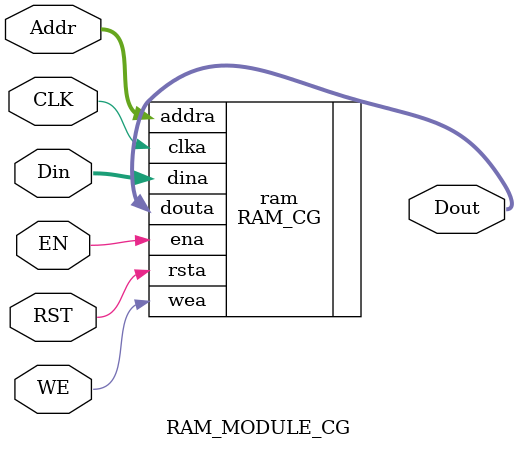
<source format=v>
`timescale 1ns / 1ps
module RAM_MODULE_CG(
    input [7:0] Din,
    input [7:0] Addr,
    input RST,
    input EN,
    input WE,
    input CLK,
    output [7:0] Dout
    );


RAM_CG ram (
  .clka(CLK), 
  .ena(EN), 
  .wea(WE), 
  .addra(Addr), 
  .dina(Din), 
  .douta(Dout) ,
  .rsta(RST)
);

endmodule

</source>
